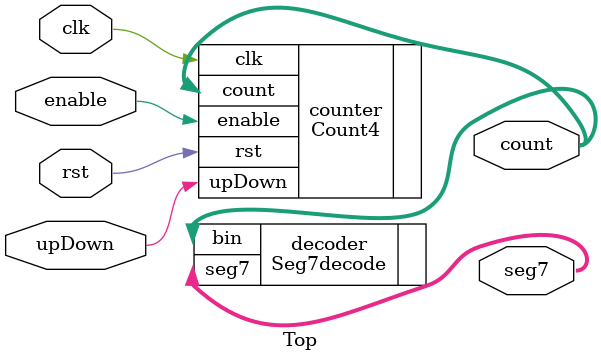
<source format=v>
module Top(clk, rst, enable, upDown, count, seg7);
// count[3:0] output included for convenience in debug and testbenches
	input clk, rst, enable, upDown;
	output [3:0] count;
	output [6:0] seg7;
	
   wire clkCounter;  // divided clock for Counter module

	// Add code here to instantiate and connect the three modules together structurally

   // instantiate counter
   Count4 counter (
      .clk(clk),
      .rst(rst),
      .enable(enable),
      .upDown(upDown),
      .count(count)
   );

   // instantiate decoder
   Seg7decode decoder (
      .bin(count),
      .seg7(seg7)
   );
	
endmodule

</source>
